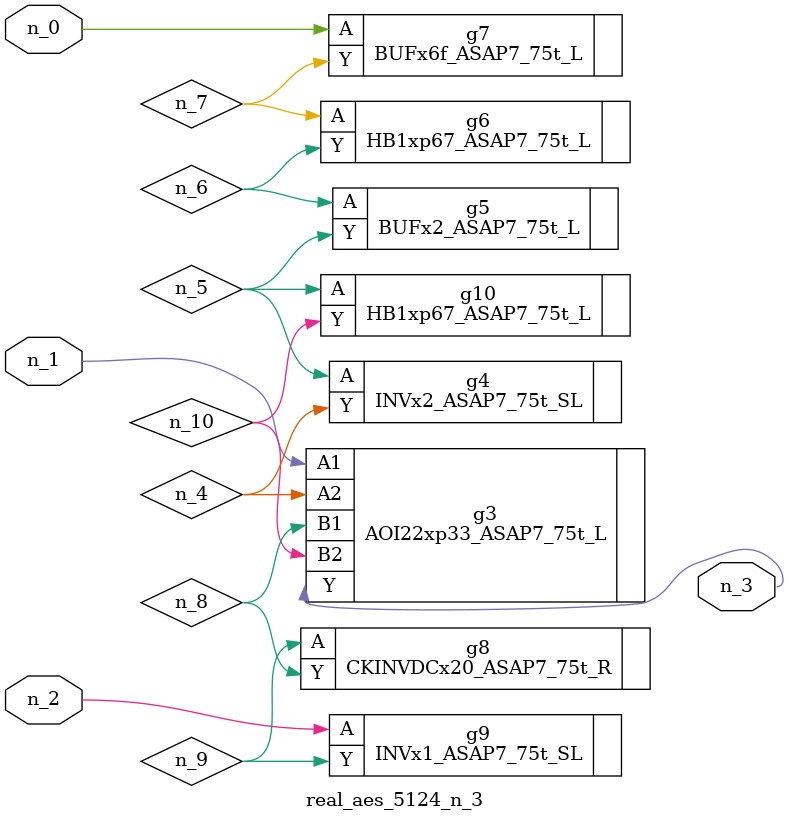
<source format=v>
module real_aes_5124_n_3 (n_0, n_2, n_1, n_3);
input n_0;
input n_2;
input n_1;
output n_3;
wire n_4;
wire n_5;
wire n_7;
wire n_8;
wire n_6;
wire n_9;
wire n_10;
BUFx6f_ASAP7_75t_L g7 ( .A(n_0), .Y(n_7) );
AOI22xp33_ASAP7_75t_L g3 ( .A1(n_1), .A2(n_4), .B1(n_8), .B2(n_10), .Y(n_3) );
INVx1_ASAP7_75t_SL g9 ( .A(n_2), .Y(n_9) );
INVx2_ASAP7_75t_SL g4 ( .A(n_5), .Y(n_4) );
HB1xp67_ASAP7_75t_L g10 ( .A(n_5), .Y(n_10) );
BUFx2_ASAP7_75t_L g5 ( .A(n_6), .Y(n_5) );
HB1xp67_ASAP7_75t_L g6 ( .A(n_7), .Y(n_6) );
CKINVDCx20_ASAP7_75t_R g8 ( .A(n_9), .Y(n_8) );
endmodule
</source>
